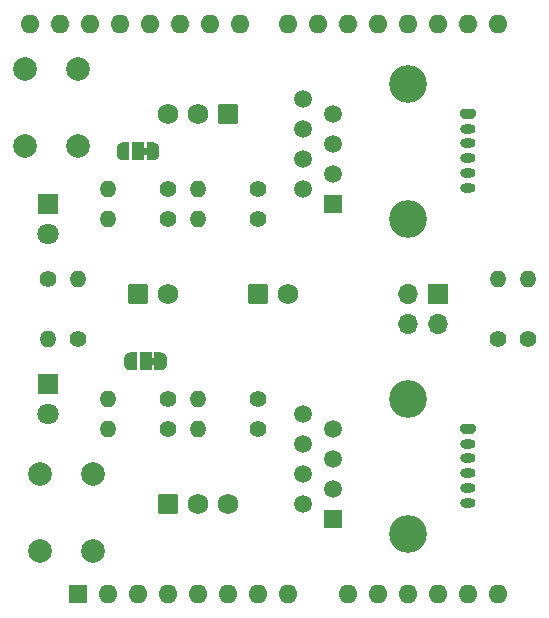
<source format=gbs>
G04 #@! TF.GenerationSoftware,KiCad,Pcbnew,(5.1.10)-1*
G04 #@! TF.CreationDate,2021-10-24T19:50:33-07:00*
G04 #@! TF.ProjectId,project,70726f6a-6563-4742-9e6b-696361645f70,rev?*
G04 #@! TF.SameCoordinates,Original*
G04 #@! TF.FileFunction,Soldermask,Bot*
G04 #@! TF.FilePolarity,Negative*
%FSLAX46Y46*%
G04 Gerber Fmt 4.6, Leading zero omitted, Abs format (unit mm)*
G04 Created by KiCad (PCBNEW (5.1.10)-1) date 2021-10-24 19:50:33*
%MOMM*%
%LPD*%
G01*
G04 APERTURE LIST*
%ADD10C,0.100000*%
%ADD11R,1.000000X1.500000*%
%ADD12C,1.400000*%
%ADD13O,1.400000X1.400000*%
%ADD14O,1.600000X1.600000*%
%ADD15R,1.600000X1.600000*%
%ADD16C,1.800000*%
%ADD17R,1.800000X1.800000*%
%ADD18R,1.700000X1.700000*%
%ADD19O,1.700000X1.700000*%
%ADD20O,1.300000X0.800000*%
%ADD21C,1.740000*%
%ADD22C,3.200000*%
%ADD23R,1.500000X1.500000*%
%ADD24C,1.500000*%
%ADD25C,2.000000*%
G04 APERTURE END LIST*
D10*
G36*
X146950000Y-93045000D02*
G01*
X146450000Y-93045000D01*
X146450000Y-93645000D01*
X146950000Y-93645000D01*
X146950000Y-93045000D01*
G37*
G36*
X147585000Y-110825000D02*
G01*
X147085000Y-110825000D01*
X147085000Y-111425000D01*
X147585000Y-111425000D01*
X147585000Y-110825000D01*
G37*
G36*
X146800000Y-92595000D02*
G01*
X147350000Y-92595000D01*
X147350000Y-92595602D01*
X147374534Y-92595602D01*
X147423365Y-92600412D01*
X147471490Y-92609984D01*
X147518445Y-92624228D01*
X147563778Y-92643005D01*
X147607051Y-92666136D01*
X147647850Y-92693396D01*
X147685779Y-92724524D01*
X147720476Y-92759221D01*
X147751604Y-92797150D01*
X147778864Y-92837949D01*
X147801995Y-92881222D01*
X147820772Y-92926555D01*
X147835016Y-92973510D01*
X147844588Y-93021635D01*
X147849398Y-93070466D01*
X147849398Y-93095000D01*
X147850000Y-93095000D01*
X147850000Y-93595000D01*
X147849398Y-93595000D01*
X147849398Y-93619534D01*
X147844588Y-93668365D01*
X147835016Y-93716490D01*
X147820772Y-93763445D01*
X147801995Y-93808778D01*
X147778864Y-93852051D01*
X147751604Y-93892850D01*
X147720476Y-93930779D01*
X147685779Y-93965476D01*
X147647850Y-93996604D01*
X147607051Y-94023864D01*
X147563778Y-94046995D01*
X147518445Y-94065772D01*
X147471490Y-94080016D01*
X147423365Y-94089588D01*
X147374534Y-94094398D01*
X147350000Y-94094398D01*
X147350000Y-94095000D01*
X146800000Y-94095000D01*
X146800000Y-92595000D01*
G37*
D11*
X146050000Y-93345000D03*
D10*
G36*
X144750000Y-94094398D02*
G01*
X144725466Y-94094398D01*
X144676635Y-94089588D01*
X144628510Y-94080016D01*
X144581555Y-94065772D01*
X144536222Y-94046995D01*
X144492949Y-94023864D01*
X144452150Y-93996604D01*
X144414221Y-93965476D01*
X144379524Y-93930779D01*
X144348396Y-93892850D01*
X144321136Y-93852051D01*
X144298005Y-93808778D01*
X144279228Y-93763445D01*
X144264984Y-93716490D01*
X144255412Y-93668365D01*
X144250602Y-93619534D01*
X144250602Y-93595000D01*
X144250000Y-93595000D01*
X144250000Y-93095000D01*
X144250602Y-93095000D01*
X144250602Y-93070466D01*
X144255412Y-93021635D01*
X144264984Y-92973510D01*
X144279228Y-92926555D01*
X144298005Y-92881222D01*
X144321136Y-92837949D01*
X144348396Y-92797150D01*
X144379524Y-92759221D01*
X144414221Y-92724524D01*
X144452150Y-92693396D01*
X144492949Y-92666136D01*
X144536222Y-92643005D01*
X144581555Y-92624228D01*
X144628510Y-92609984D01*
X144676635Y-92600412D01*
X144725466Y-92595602D01*
X144750000Y-92595602D01*
X144750000Y-92595000D01*
X145300000Y-92595000D01*
X145300000Y-94095000D01*
X144750000Y-94095000D01*
X144750000Y-94094398D01*
G37*
G36*
X147435000Y-110375000D02*
G01*
X147985000Y-110375000D01*
X147985000Y-110375602D01*
X148009534Y-110375602D01*
X148058365Y-110380412D01*
X148106490Y-110389984D01*
X148153445Y-110404228D01*
X148198778Y-110423005D01*
X148242051Y-110446136D01*
X148282850Y-110473396D01*
X148320779Y-110504524D01*
X148355476Y-110539221D01*
X148386604Y-110577150D01*
X148413864Y-110617949D01*
X148436995Y-110661222D01*
X148455772Y-110706555D01*
X148470016Y-110753510D01*
X148479588Y-110801635D01*
X148484398Y-110850466D01*
X148484398Y-110875000D01*
X148485000Y-110875000D01*
X148485000Y-111375000D01*
X148484398Y-111375000D01*
X148484398Y-111399534D01*
X148479588Y-111448365D01*
X148470016Y-111496490D01*
X148455772Y-111543445D01*
X148436995Y-111588778D01*
X148413864Y-111632051D01*
X148386604Y-111672850D01*
X148355476Y-111710779D01*
X148320779Y-111745476D01*
X148282850Y-111776604D01*
X148242051Y-111803864D01*
X148198778Y-111826995D01*
X148153445Y-111845772D01*
X148106490Y-111860016D01*
X148058365Y-111869588D01*
X148009534Y-111874398D01*
X147985000Y-111874398D01*
X147985000Y-111875000D01*
X147435000Y-111875000D01*
X147435000Y-110375000D01*
G37*
D11*
X146685000Y-111125000D03*
D10*
G36*
X145385000Y-111874398D02*
G01*
X145360466Y-111874398D01*
X145311635Y-111869588D01*
X145263510Y-111860016D01*
X145216555Y-111845772D01*
X145171222Y-111826995D01*
X145127949Y-111803864D01*
X145087150Y-111776604D01*
X145049221Y-111745476D01*
X145014524Y-111710779D01*
X144983396Y-111672850D01*
X144956136Y-111632051D01*
X144933005Y-111588778D01*
X144914228Y-111543445D01*
X144899984Y-111496490D01*
X144890412Y-111448365D01*
X144885602Y-111399534D01*
X144885602Y-111375000D01*
X144885000Y-111375000D01*
X144885000Y-110875000D01*
X144885602Y-110875000D01*
X144885602Y-110850466D01*
X144890412Y-110801635D01*
X144899984Y-110753510D01*
X144914228Y-110706555D01*
X144933005Y-110661222D01*
X144956136Y-110617949D01*
X144983396Y-110577150D01*
X145014524Y-110539221D01*
X145049221Y-110504524D01*
X145087150Y-110473396D01*
X145127949Y-110446136D01*
X145171222Y-110423005D01*
X145216555Y-110404228D01*
X145263510Y-110389984D01*
X145311635Y-110380412D01*
X145360466Y-110375602D01*
X145385000Y-110375602D01*
X145385000Y-110375000D01*
X145935000Y-110375000D01*
X145935000Y-111875000D01*
X145385000Y-111875000D01*
X145385000Y-111874398D01*
G37*
D12*
X156210000Y-116840000D03*
D13*
X151130000Y-116840000D03*
D12*
X138430000Y-104140000D03*
D13*
X138430000Y-109220000D03*
D12*
X140970000Y-109220000D03*
D13*
X140970000Y-104140000D03*
D12*
X148590000Y-116840000D03*
D13*
X143510000Y-116840000D03*
D12*
X148590000Y-114300000D03*
D13*
X143510000Y-114300000D03*
D12*
X156210000Y-114300000D03*
D13*
X151130000Y-114300000D03*
D12*
X156210000Y-99060000D03*
D13*
X151130000Y-99060000D03*
D12*
X148590000Y-99060000D03*
D13*
X143510000Y-99060000D03*
D12*
X156210000Y-96520000D03*
D13*
X151130000Y-96520000D03*
D12*
X148590000Y-96520000D03*
D13*
X143510000Y-96520000D03*
D14*
X173990000Y-82550000D03*
X176530000Y-82550000D03*
X176530000Y-130810000D03*
X173990000Y-130810000D03*
X141990000Y-82550000D03*
X171450000Y-130810000D03*
X144530000Y-82550000D03*
X168910000Y-130810000D03*
X147070000Y-82550000D03*
X166370000Y-130810000D03*
X149610000Y-82550000D03*
X163830000Y-130810000D03*
X152150000Y-82550000D03*
X158750000Y-130810000D03*
X154690000Y-82550000D03*
X156210000Y-130810000D03*
X158750000Y-82550000D03*
X153670000Y-130810000D03*
X161290000Y-82550000D03*
X151130000Y-130810000D03*
X163830000Y-82550000D03*
X148590000Y-130810000D03*
X166370000Y-82550000D03*
X146050000Y-130810000D03*
X168910000Y-82550000D03*
X143510000Y-130810000D03*
X171450000Y-82550000D03*
D15*
X140970000Y-130810000D03*
D14*
X136910000Y-82550000D03*
X139450000Y-82550000D03*
D16*
X138430000Y-100330000D03*
D17*
X138430000Y-97790000D03*
X138430000Y-113030000D03*
D16*
X138430000Y-115570000D03*
D18*
X171450000Y-105410000D03*
D19*
X168910000Y-105410000D03*
X171450000Y-107950000D03*
X168910000Y-107950000D03*
G36*
G01*
X173540000Y-116440000D02*
X174440000Y-116440000D01*
G75*
G02*
X174640000Y-116640000I0J-200000D01*
G01*
X174640000Y-117040000D01*
G75*
G02*
X174440000Y-117240000I-200000J0D01*
G01*
X173540000Y-117240000D01*
G75*
G02*
X173340000Y-117040000I0J200000D01*
G01*
X173340000Y-116640000D01*
G75*
G02*
X173540000Y-116440000I200000J0D01*
G01*
G37*
D20*
X173990000Y-118090000D03*
X173990000Y-119340000D03*
X173990000Y-120590000D03*
X173990000Y-121840000D03*
X173990000Y-123090000D03*
G36*
G01*
X145180000Y-106030001D02*
X145180000Y-104789999D01*
G75*
G02*
X145429999Y-104540000I249999J0D01*
G01*
X146670001Y-104540000D01*
G75*
G02*
X146920000Y-104789999I0J-249999D01*
G01*
X146920000Y-106030001D01*
G75*
G02*
X146670001Y-106280000I-249999J0D01*
G01*
X145429999Y-106280000D01*
G75*
G02*
X145180000Y-106030001I0J249999D01*
G01*
G37*
D21*
X148590000Y-105410000D03*
G36*
G01*
X147720000Y-123810001D02*
X147720000Y-122569999D01*
G75*
G02*
X147969999Y-122320000I249999J0D01*
G01*
X149210001Y-122320000D01*
G75*
G02*
X149460000Y-122569999I0J-249999D01*
G01*
X149460000Y-123810001D01*
G75*
G02*
X149210001Y-124060000I-249999J0D01*
G01*
X147969999Y-124060000D01*
G75*
G02*
X147720000Y-123810001I0J249999D01*
G01*
G37*
X151130000Y-123190000D03*
X153670000Y-123190000D03*
X148590000Y-90170000D03*
X151130000Y-90170000D03*
G36*
G01*
X154540000Y-89549999D02*
X154540000Y-90790001D01*
G75*
G02*
X154290001Y-91040000I-249999J0D01*
G01*
X153049999Y-91040000D01*
G75*
G02*
X152800000Y-90790001I0J249999D01*
G01*
X152800000Y-89549999D01*
G75*
G02*
X153049999Y-89300000I249999J0D01*
G01*
X154290001Y-89300000D01*
G75*
G02*
X154540000Y-89549999I0J-249999D01*
G01*
G37*
D22*
X168910000Y-114300000D03*
X168910000Y-125730000D03*
D23*
X162560000Y-124460000D03*
D24*
X160020000Y-123190000D03*
X162560000Y-121920000D03*
X160020000Y-120650000D03*
X162560000Y-119380000D03*
X160020000Y-118110000D03*
X162560000Y-116840000D03*
X160020000Y-115570000D03*
X160020000Y-88900000D03*
X162560000Y-90170000D03*
X160020000Y-91440000D03*
X162560000Y-92710000D03*
X160020000Y-93980000D03*
X162560000Y-95250000D03*
X160020000Y-96520000D03*
D23*
X162560000Y-97790000D03*
D22*
X168910000Y-99060000D03*
X168910000Y-87630000D03*
D20*
X173990000Y-96420000D03*
X173990000Y-95170000D03*
X173990000Y-93920000D03*
X173990000Y-92670000D03*
X173990000Y-91420000D03*
G36*
G01*
X173540000Y-89770000D02*
X174440000Y-89770000D01*
G75*
G02*
X174640000Y-89970000I0J-200000D01*
G01*
X174640000Y-90370000D01*
G75*
G02*
X174440000Y-90570000I-200000J0D01*
G01*
X173540000Y-90570000D01*
G75*
G02*
X173340000Y-90370000I0J200000D01*
G01*
X173340000Y-89970000D01*
G75*
G02*
X173540000Y-89770000I200000J0D01*
G01*
G37*
D21*
X158750000Y-105410000D03*
G36*
G01*
X155340000Y-106030001D02*
X155340000Y-104789999D01*
G75*
G02*
X155589999Y-104540000I249999J0D01*
G01*
X156830001Y-104540000D01*
G75*
G02*
X157080000Y-104789999I0J-249999D01*
G01*
X157080000Y-106030001D01*
G75*
G02*
X156830001Y-106280000I-249999J0D01*
G01*
X155589999Y-106280000D01*
G75*
G02*
X155340000Y-106030001I0J249999D01*
G01*
G37*
D25*
X136470000Y-86360000D03*
X140970000Y-86360000D03*
X136470000Y-92860000D03*
X140970000Y-92860000D03*
X142240000Y-127150000D03*
X137740000Y-127150000D03*
X142240000Y-120650000D03*
X137740000Y-120650000D03*
D12*
X176530000Y-109220000D03*
D13*
X176530000Y-104140000D03*
X179070000Y-104140000D03*
D12*
X179070000Y-109220000D03*
M02*

</source>
